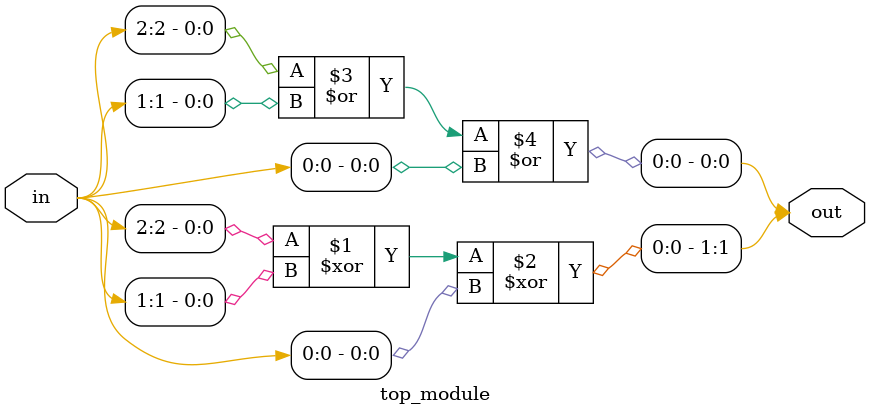
<source format=sv>
module top_module (
	input [2:0] in,
	output [1:0] out
);

    // Your code here
	assign out[1] = in[2] ^ in[1] ^ in[0];
	assign out[0] = in[2] | in[1] | in[0];

endmodule

</source>
